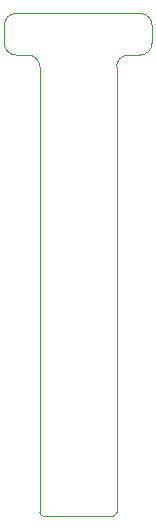
<source format=gbr>
%TF.GenerationSoftware,KiCad,Pcbnew,7.0.4*%
%TF.CreationDate,2023-06-28T13:03:42+02:00*%
%TF.ProjectId,pcb,7063622e-6b69-4636-9164-5f7063625858,rev?*%
%TF.SameCoordinates,Original*%
%TF.FileFunction,Profile,NP*%
%FSLAX46Y46*%
G04 Gerber Fmt 4.6, Leading zero omitted, Abs format (unit mm)*
G04 Created by KiCad (PCBNEW 7.0.4) date 2023-06-28 13:03:42*
%MOMM*%
%LPD*%
G01*
G04 APERTURE LIST*
%TA.AperFunction,Profile*%
%ADD10C,0.100000*%
%TD*%
G04 APERTURE END LIST*
D10*
X132894000Y-93520000D02*
X132894106Y-61505768D01*
X139394000Y-93520000D02*
X139394106Y-61505768D01*
%TO.C,J1*%
X132894000Y-99220000D02*
X132894000Y-93520000D01*
X133194000Y-99520000D02*
X139094000Y-99520000D01*
X139394000Y-99220000D02*
X139394000Y-93520000D01*
X132894000Y-99220000D02*
G75*
G03*
X133194000Y-99520000I300000J0D01*
G01*
X139094000Y-99520000D02*
G75*
G03*
X139394000Y-99220000I0J300000D01*
G01*
%TO.C,J2*%
X142394106Y-57996000D02*
X142394106Y-59505768D01*
X141394106Y-56980000D02*
X130894106Y-56980000D01*
X140394106Y-60505768D02*
X141394106Y-60505768D01*
X131894106Y-60505768D02*
X130894106Y-60505768D01*
X129894106Y-57996000D02*
X129894106Y-59505768D01*
X141394106Y-60505768D02*
G75*
G03*
X142394106Y-59505768I1J999999D01*
G01*
X142394106Y-57980000D02*
G75*
G03*
X141394106Y-56980000I-999999J1D01*
G01*
X140394106Y-60505768D02*
G75*
G03*
X139394106Y-61505768I-1J-999999D01*
G01*
X132894102Y-61505768D02*
G75*
G03*
X131894106Y-60505768I-999972J28D01*
G01*
X129894112Y-59505768D02*
G75*
G03*
X130894106Y-60505768I1000008J8D01*
G01*
X130894106Y-56980006D02*
G75*
G03*
X129894106Y-57980000I-26J-999974D01*
G01*
%TD*%
M02*

</source>
